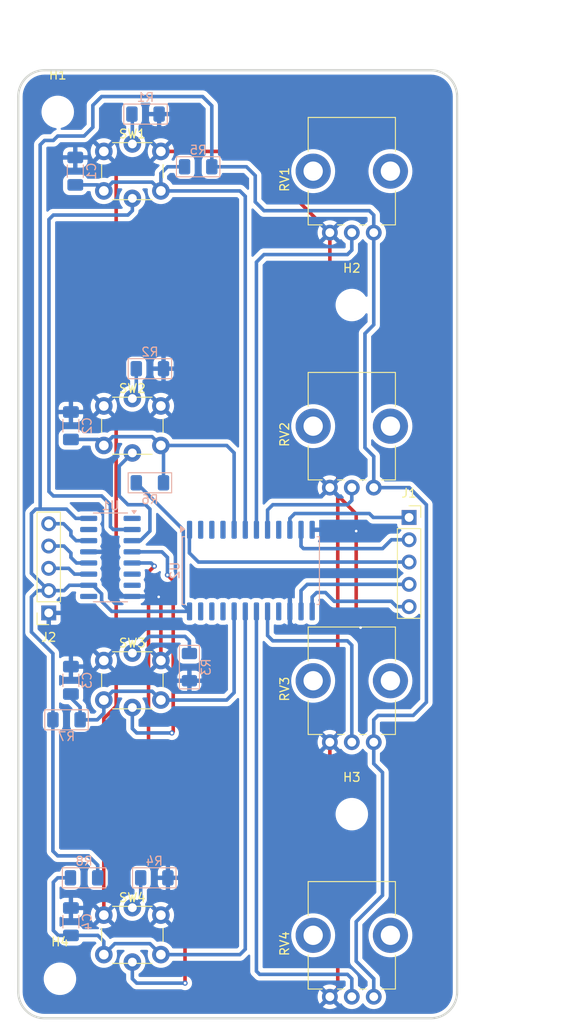
<source format=kicad_pcb>
(kicad_pcb (version 20240108) (generator "pcbnew") (generator_version "8.0")
  (layers (0 "F.Cu" signal) (31 "B.Cu" signal) (34 "B.Paste" user) (35 "F.Paste" user) (36 "B.SilkS" user "B.Silkscreen") (37 "F.SilkS" user "F.Silkscreen") (38 "B.Mask" user) (39 "F.Mask" user) (44 "Edge.Cuts" user))
  (net 0 "")
  (net 1 "MPLEX-S3")
  (net 2 "MPLEX-S0")
  (net 3 "MPLEX-S2")
  (net 4 "MPLEX-S1")
  (net 5 "GND")
  (net 6 "MPLEX-AP")
  (net 7 "+5V")
  (net 8 "POT1")
  (net 9 "POT2")
  (net 10 "POT3")
  (net 11 "POT4")
  (net 12 "FXSW1")
  (net 13 "FXSW2")
  (net 14 "FXSW3")
  (net 15 "FXSW4")
  (net 16 "SRCLK")
  (net 17 "FX-LED-SIG")
  (net 18 "FX-LED-LATCH")
  (net 19 "Net-(SW1-K)")
  (net 20 "Net-(SW2-K)")
  (net 21 "Net-(SW3-K)")
  (net 22 "Net-(SW4-K)")
  (net 23 "FX-LED-1")
  (net 24 "FX-LED-2")
  (net 25 "FX-LED-3")
  (net 26 "FX-LED-4")
  (footprint "MountingHole:MountingHole_3.2mm_M3" (layer "F.Cu") (at 106 66.25)
    (property "Reference" "H2" (at 0 -4.2 0) (layer "F.SilkS"))
    (property "Value" "MountingHole_M3")
    (pad "" np_thru_hole circle (at 0 0) (size 3.2 3.2) (drill 3.2) (layers "*.Cu" "*.Mask"))
  )
  (footprint "led-switch:SW_PUSH_6mm_LED" (layer "F.Cu") (at 81 51)
    (property "Reference" "SW1" (at 0 -4.25 0) (layer "F.SilkS"))
    (property "Value" "SW_Push_LED")
    (pad "1" thru_hole circle (at -3.25 -2.25 90) (size 2 2) (drill 1.1) (layers "*.Cu" "*.Mask") (net 5 "GND"))
    (pad "1" thru_hole circle (at 3.25 -2.25 90) (size 2 2) (drill 1.1) (layers "*.Cu" "*.Mask") (net 5 "GND"))
    (pad "2" thru_hole circle (at -3.25 2.25 90) (size 2 2) (drill 1.1) (layers "*.Cu" "*.Mask") (net 12 "FXSW1"))
    (pad "2" thru_hole circle (at 3.25 2.25 90) (size 2 2) (drill 1.1) (layers "*.Cu" "*.Mask") (net 12 "FXSW1"))
    (pad "3" thru_hole circle (at 0 -3.1 90) (size 2 2) (drill 1) (layers "*.Cu" "*.Mask") (net 19 "Net-(SW1-K)"))
    (pad "4" thru_hole circle (at 0 3.1 90) (size 2 2) (drill 1) (layers "*.Cu" "*.Mask") (net 23 "FX-LED-1"))
  )
  (footprint "MountingHole:MountingHole_3.2mm_M3" (layer "F.Cu") (at 72.5 44.25)
    (property "Reference" "H1" (at 0 -4.2 0) (layer "F.SilkS"))
    (property "Value" "MountingHole_M3")
    (pad "" np_thru_hole circle (at 0 0) (size 3.2 3.2) (drill 3.2) (layers "*.Cu" "*.Mask"))
  )
  (footprint "Potentiometer_THT:Potentiometer_Bourns_PTV09A-1_Single_Vertical" (layer "F.Cu") (at 108.5 116.05 90)
    (property "Reference" "RV3" (at 6.05 -10.15 -90) (layer "F.SilkS"))
    (property "Value" "R_Pot")
    (pad "" np_thru_hole circle (at 7 -6.9 90) (size 4 4) (drill 2.2) (layers "F&B.Cu" "*.Mask"))
    (pad "" np_thru_hole circle (at 7 1.9 90) (size 4 4) (drill 2.2) (layers "F&B.Cu" "*.Mask"))
    (pad "1" thru_hole circle (at 0 0 90) (size 1.8 1.8) (drill 1) (layers "*.Cu" "*.Mask") (net 7 "+5V"))
    (pad "2" thru_hole circle (at 0 -2.5 90) (size 1.8 1.8) (drill 1) (layers "*.Cu" "*.Mask") (net 10 "POT3"))
    (pad "3" thru_hole circle (at 0 -5 90) (size 1.8 1.8) (drill 1) (layers "*.Cu" "*.Mask") (net 5 "GND"))
  )
  (footprint "Connector_PinSocket_2.54mm:PinSocket_1x05_P2.54mm_Vertical" (layer "F.Cu") (at 112.525 90.45)
    (property "Reference" "J1" (at 0 -2.77 0) (layer "F.SilkS"))
    (property "Value" "Conn_01x05")
    (pad "1" thru_hole rect (at 0 0) (size 1.7 1.7) (drill 1) (layers "*.Cu" "*.Mask") (net 2 "MPLEX-S0"))
    (pad "2" thru_hole oval (at 0 2.54) (size 1.7 1.7) (drill 1) (layers "*.Cu" "*.Mask") (net 4 "MPLEX-S1"))
    (pad "3" thru_hole oval (at 0 5.08) (size 1.7 1.7) (drill 1) (layers "*.Cu" "*.Mask") (net 6 "MPLEX-AP"))
    (pad "4" thru_hole oval (at 0 7.62) (size 1.7 1.7) (drill 1) (layers "*.Cu" "*.Mask") (net 3 "MPLEX-S2"))
    (pad "5" thru_hole oval (at 0 10.16) (size 1.7 1.7) (drill 1) (layers "*.Cu" "*.Mask") (net 1 "MPLEX-S3"))
  )
  (footprint "Potentiometer_THT:Potentiometer_Bourns_PTV09A-1_Single_Vertical" (layer "F.Cu") (at 108.5 145.05 90)
    (property "Reference" "RV4" (at 6.05 -10.15 -90) (layer "F.SilkS"))
    (property "Value" "R_Pot")
    (pad "" np_thru_hole circle (at 7 -6.9 90) (size 4 4) (drill 2.2) (layers "F&B.Cu" "*.Mask"))
    (pad "" np_thru_hole circle (at 7 1.9 90) (size 4 4) (drill 2.2) (layers "F&B.Cu" "*.Mask"))
    (pad "1" thru_hole circle (at 0 0 90) (size 1.8 1.8) (drill 1) (layers "*.Cu" "*.Mask") (net 7 "+5V"))
    (pad "2" thru_hole circle (at 0 -2.5 90) (size 1.8 1.8) (drill 1) (layers "*.Cu" "*.Mask") (net 11 "POT4"))
    (pad "3" thru_hole circle (at 0 -5 90) (size 1.8 1.8) (drill 1) (layers "*.Cu" "*.Mask") (net 5 "GND"))
  )
  (footprint "MountingHole:MountingHole_3.2mm_M3" (layer "F.Cu") (at 72.75 143)
    (property "Reference" "H4" (at 0 -4.2 0) (layer "F.SilkS"))
    (property "Value" "MountingHole_M3")
    (pad "" np_thru_hole circle (at 0 0) (size 3.2 3.2) (drill 3.2) (layers "*.Cu" "*.Mask"))
  )
  (footprint "Connector_PinSocket_2.54mm:PinSocket_1x05_P2.54mm_Vertical" (layer "F.Cu") (at 71.475 101.325 180)
    (property "Reference" "J2" (at 0 -2.77 180) (layer "F.SilkS"))
    (property "Value" "Conn_01x05")
    (pad "1" thru_hole rect (at 0 0 180) (size 1.7 1.7) (drill 1) (layers "*.Cu" "*.Mask") (net 5 "GND"))
    (pad "2" thru_hole oval (at 0 2.54 180) (size 1.7 1.7) (drill 1) (layers "*.Cu" "*.Mask") (net 7 "+5V"))
    (pad "3" thru_hole oval (at 0 5.08 180) (size 1.7 1.7) (drill 1) (layers "*.Cu" "*.Mask") (net 16 "SRCLK"))
    (pad "4" thru_hole oval (at 0 7.62 180) (size 1.7 1.7) (drill 1) (layers "*.Cu" "*.Mask") (net 18 "FX-LED-LATCH"))
    (pad "5" thru_hole oval (at 0 10.16 180) (size 1.7 1.7) (drill 1) (layers "*.Cu" "*.Mask") (net 17 "FX-LED-SIG"))
  )
  (footprint "Potentiometer_THT:Potentiometer_Bourns_PTV09A-1_Single_Vertical" (layer "F.Cu") (at 108.5 58 90)
    (property "Reference" "RV1" (at 6.05 -10.15 -90) (layer "F.SilkS"))
    (property "Value" "R_Pot")
    (pad "" np_thru_hole circle (at 7 -6.9 90) (size 4 4) (drill 2.2) (layers "F&B.Cu" "*.Mask"))
    (pad "" np_thru_hole circle (at 7 1.9 90) (size 4 4) (drill 2.2) (layers "F&B.Cu" "*.Mask"))
    (pad "1" thru_hole circle (at 0 0 90) (size 1.8 1.8) (drill 1) (layers "*.Cu" "*.Mask") (net 7 "+5V"))
    (pad "2" thru_hole circle (at 0 -2.5 90) (size 1.8 1.8) (drill 1) (layers "*.Cu" "*.Mask") (net 8 "POT1"))
    (pad "3" thru_hole circle (at 0 -5 90) (size 1.8 1.8) (drill 1) (layers "*.Cu" "*.Mask") (net 5 "GND"))
  )
  (footprint "led-switch:SW_PUSH_6mm_LED" (layer "F.Cu") (at 81 80)
    (property "Reference" "SW2" (at 0 -4.25 0) (layer "F.SilkS"))
    (property "Value" "SW_Push_LED")
    (pad "1" thru_hole circle (at -3.25 -2.25 90) (size 2 2) (drill 1.1) (layers "*.Cu" "*.Mask") (net 5 "GND"))
    (pad "1" thru_hole circle (at 3.25 -2.25 90) (size 2 2) (drill 1.1) (layers "*.Cu" "*.Mask") (net 5 "GND"))
    (pad "2" thru_hole circle (at -3.25 2.25 90) (size 2 2) (drill 1.1) (layers "*.Cu" "*.Mask") (net 13 "FXSW2"))
    (pad "2" thru_hole circle (at 3.25 2.25 90) (size 2 2) (drill 1.1) (layers "*.Cu" "*.Mask") (net 13 "FXSW2"))
    (pad "3" thru_hole circle (at 0 -3.1 90) (size 2 2) (drill 1) (layers "*.Cu" "*.Mask") (net 20 "Net-(SW2-K)"))
    (pad "4" thru_hole circle (at 0 3.1 90) (size 2 2) (drill 1) (layers "*.Cu" "*.Mask") (net 24 "FX-LED-2"))
  )
  (footprint "led-switch:SW_PUSH_6mm_LED" (layer "F.Cu") (at 81 109)
    (property "Reference" "SW3" (at 0 -4.25 0) (layer "F.SilkS"))
    (property "Value" "SW_Push_LED")
    (pad "1" thru_hole circle (at -3.25 -2.25 90) (size 2 2) (drill 1.1) (layers "*.Cu" "*.Mask") (net 5 "GND"))
    (pad "1" thru_hole circle (at 3.25 -2.25 90) (size 2 2) (drill 1.1) (layers "*.Cu" "*.Mask") (net 5 "GND"))
    (pad "2" thru_hole circle (at -3.25 2.25 90) (size 2 2) (drill 1.1) (layers "*.Cu" "*.Mask") (net 14 "FXSW3"))
    (pad "2" thru_hole circle (at 3.25 2.25 90) (size 2 2) (drill 1.1) (layers "*.Cu" "*.Mask") (net 14 "FXSW3"))
    (pad "3" thru_hole circle (at 0 -3.1 90) (size 2 2) (drill 1) (layers "*.Cu" "*.Mask") (net 21 "Net-(SW3-K)"))
    (pad "4" thru_hole circle (at 0 3.1 90) (size 2 2) (drill 1) (layers "*.Cu" "*.Mask") (net 25 "FX-LED-3"))
  )
  (footprint "MountingHole:MountingHole_3.2mm_M3" (layer "F.Cu") (at 106 124.25)
    (property "Reference" "H3" (at 0 -4.2 0) (layer "F.SilkS"))
    (property "Value" "MountingHole_M3")
    (pad "" np_thru_hole circle (at 0 0) (size 3.2 3.2) (drill 3.2) (layers "*.Cu" "*.Mask"))
  )
  (footprint "Potentiometer_THT:Potentiometer_Bourns_PTV09A-1_Single_Vertical" (layer "F.Cu") (at 108.5 87.05 90)
    (property "Reference" "RV2" (at 6.05 -10.15 -90) (layer "F.SilkS"))
    (property "Value" "R_Pot")
    (pad "" np_thru_hole circle (at 7 -6.9 90) (size 4 4) (drill 2.2) (layers "F&B.Cu" "*.Mask"))
    (pad "" np_thru_hole circle (at 7 1.9 90) (size 4 4) (drill 2.2) (layers "F&B.Cu" "*.Mask"))
    (pad "1" thru_hole circle (at 0 0 90) (size 1.8 1.8) (drill 1) (layers "*.Cu" "*.Mask") (net 7 "+5V"))
    (pad "2" thru_hole circle (at 0 -2.5 90) (size 1.8 1.8) (drill 1) (layers "*.Cu" "*.Mask") (net 9 "POT2"))
    (pad "3" thru_hole circle (at 0 -5 90) (size 1.8 1.8) (drill 1) (layers "*.Cu" "*.Mask") (net 5 "GND"))
  )
  (footprint "led-switch:SW_PUSH_6mm_LED" (layer "F.Cu") (at 81 138)
    (property "Reference" "SW4" (at 0 -4.25 0) (layer "F.SilkS"))
    (property "Value" "SW_Push_LED")
    (pad "1" thru_hole circle (at -3.25 -2.25 90) (size 2 2) (drill 1.1) (layers "*.Cu" "*.Mask") (net 5 "GND"))
    (pad "1" thru_hole circle (at 3.25 -2.25 90) (size 2 2) (drill 1.1) (layers "*.Cu" "*.Mask") (net 5 "GND"))
    (pad "2" thru_hole circle (at -3.25 2.25 90) (size 2 2) (drill 1.1) (layers "*.Cu" "*.Mask") (net 15 "FXSW4"))
    (pad "2" thru_hole circle (at 3.25 2.25 90) (size 2 2) (drill 1.1) (layers "*.Cu" "*.Mask") (net 15 "FXSW4"))
    (pad "3" thru_hole circle (at 0 -3.1 90) (size 2 2) (drill 1) (layers "*.Cu" "*.Mask") (net 22 "Net-(SW4-K)"))
    (pad "4" thru_hole circle (at 0 3.1 90) (size 2 2) (drill 1) (layers "*.Cu" "*.Mask") (net 26 "FX-LED-4"))
  )
  (footprint "Capacitor_SMD:C_1206_3216Metric_Pad1.33x1.80mm_HandSolder" (layer "B.Cu") (at 74 80 90)
    (property "Reference" "C2" (at 0 1.85 90) (layer "B.SilkS") (effects (justify mirror)))
    (property "Value" "1uF")
    (pad "1" smd roundrect (at -1.5625 0 90) (size 1.325 1.8) (layers "B.Cu" "B.Paste" "B.Mask") (roundrect_rratio 0.188679) (net 13 "FXSW2"))
    (pad "2" smd roundrect (at 1.5625 0 90) (size 1.325 1.8) (layers "B.Cu" "B.Paste" "B.Mask") (roundrect_rratio 0.188679) (net 5 "GND"))
  )
  (footprint "Capacitor_SMD:C_1206_3216Metric_Pad1.33x1.80mm_HandSolder" (layer "B.Cu") (at 74 109 90)
    (property "Reference" "C3" (at 0 1.85 90) (layer "B.SilkS") (effects (justify mirror)))
    (property "Value" "1uF")
    (pad "1" smd roundrect (at -1.5625 0 90) (size 1.325 1.8) (layers "B.Cu" "B.Paste" "B.Mask") (roundrect_rratio 0.188679) (net 14 "FXSW3"))
    (pad "2" smd roundrect (at 1.5625 0 90) (size 1.325 1.8) (layers "B.Cu" "B.Paste" "B.Mask") (roundrect_rratio 0.188679) (net 5 "GND"))
  )
  (footprint "Capacitor_SMD:C_1206_3216Metric_Pad1.33x1.80mm_HandSolder" (layer "B.Cu") (at 74.5 51 90)
    (property "Reference" "C1" (at 0 1.85 90) (layer "B.SilkS") (effects (justify mirror)))
    (property "Value" "1uF")
    (pad "1" smd roundrect (at -1.5625 0 90) (size 1.325 1.8) (layers "B.Cu" "B.Paste" "B.Mask") (roundrect_rratio 0.188679) (net 12 "FXSW1"))
    (pad "2" smd roundrect (at 1.5625 0 90) (size 1.325 1.8) (layers "B.Cu" "B.Paste" "B.Mask") (roundrect_rratio 0.188679) (net 5 "GND"))
  )
  (footprint "PCM_Resistor_SMD_AKL:R_1206_3216Metric_Pad1.30x1.75mm_HandSolder" (layer "B.Cu") (at 87.5 107.5 90)
    (property "Reference" "R3" (at 0 1.905 90) (layer "B.SilkS") (effects (justify mirror)))
    (property "Value" "220")
    (pad "1" smd roundrect (at -1.55 0 90) (size 1.3 1.75) (layers "B.Cu" "B.Paste" "B.Mask") (roundrect_rratio 0.192308) (net 5 "GND"))
    (pad "2" smd roundrect (at 1.55 0 90) (size 1.3 1.75) (layers "B.Cu" "B.Paste" "B.Mask") (roundrect_rratio 0.192308) (net 21 "Net-(SW3-K)"))
  )
  (footprint "PCM_Resistor_SMD_AKL:R_1206_3216Metric_Pad1.30x1.75mm_HandSolder" (layer "B.Cu") (at 83 86.5)
    (property "Reference" "R6" (at 0 1.905 0) (layer "B.SilkS") (effects (justify mirror)))
    (property "Value" "10K")
    (pad "1" smd roundrect (at -1.55 0) (size 1.3 1.75) (layers "B.Cu" "B.Paste" "B.Mask") (roundrect_rratio 0.192308) (net 7 "+5V"))
    (pad "2" smd roundrect (at 1.55 0) (size 1.3 1.75) (layers "B.Cu" "B.Paste" "B.Mask") (roundrect_rratio 0.192308) (net 13 "FXSW2"))
  )
  (footprint "PCM_Resistor_SMD_AKL:R_1206_3216Metric_Pad1.30x1.75mm_HandSolder" (layer "B.Cu") (at 73.5 113.5)
    (property "Reference" "R7" (at 0 1.905 0) (layer "B.SilkS") (effects (justify mirror)))
    (property "Value" "10K")
    (pad "1" smd roundrect (at -1.55 0) (size 1.3 1.75) (layers "B.Cu" "B.Paste" "B.Mask") (roundrect_rratio 0.192308) (net 7 "+5V"))
    (pad "2" smd roundrect (at 1.55 0) (size 1.3 1.75) (layers "B.Cu" "B.Paste" "B.Mask") (roundrect_rratio 0.192308) (net 14 "FXSW3"))
  )
  (footprint "PCM_Resistor_SMD_AKL:R_1206_3216Metric_Pad1.30x1.75mm_HandSolder" (layer "B.Cu") (at 88.5 50.5 180)
    (property "Reference" "R5" (at 0 1.905 0) (layer "B.SilkS") (effects (justify mirror)))
    (property "Value" "10K")
    (pad "1" smd roundrect (at -1.55 0 180) (size 1.3 1.75) (layers "B.Cu" "B.Paste" "B.Mask") (roundrect_rratio 0.192308) (net 7 "+5V"))
    (pad "2" smd roundrect (at 1.55 0 180) (size 1.3 1.75) (layers "B.Cu" "B.Paste" "B.Mask") (roundrect_rratio 0.192308) (net 12 "FXSW1"))
  )
  (footprint "Package_SO:SOIC-24W_7.5x15.4mm_P1.27mm" (layer "B.Cu") (at 94.5 96.5 -90)
    (property "Reference" "U2" (at 0 8.65 90) (layer "B.SilkS") (effects (justify mirror)))
    (property "Value" "CD74HC4067M")
    (pad "1" smd roundrect (at -4.65 6.985 270) (size 2.05 0.6) (layers "B.Cu" "B.Paste" "B.Mask") (net 6 "MPLEX-AP"))
    (pad "2" smd roundrect (at -4.65 5.715 270) (size 2.05 0.6) (layers "B.Cu" "B.Paste" "B.Mask"))
    (pad "3" smd roundrect (at -4.65 4.445 270) (size 2.05 0.6) (layers "B.Cu" "B.Paste" "B.Mask"))
    (pad "4" smd roundrect (at -4.65 3.175 270) (size 2.05 0.6) (layers "B.Cu" "B.Paste" "B.Mask"))
    (pad "5" smd roundrect (at -4.65 1.905 270) (size 2.05 0.6) (layers "B.Cu" "B.Paste" "B.Mask") (net 13 "FXSW2"))
    (pad "6" smd roundrect (at -4.65 0.635 270) (size 2.05 0.6) (layers "B.Cu" "B.Paste" "B.Mask") (net 12 "FXSW1"))
    (pad "7" smd roundrect (at -4.65 -0.635 270) (size 2.05 0.6) (layers "B.Cu" "B.Paste" "B.Mask") (net 8 "POT1"))
    (pad "8" smd roundrect (at -4.65 -1.905 270) (size 2.05 0.6) (layers "B.Cu" "B.Paste" "B.Mask") (net 9 "POT2"))
    (pad "9" smd roundrect (at -4.65 -3.175 270) (size 2.05 0.6) (layers "B.Cu" "B.Paste" "B.Mask"))
    (pad "10" smd roundrect (at -4.65 -4.445 270) (size 2.05 0.6) (layers "B.Cu" "B.Paste" "B.Mask") (net 2 "MPLEX-S0"))
    (pad "11" smd roundrect (at -4.65 -5.715 270) (size 2.05 0.6) (layers "B.Cu" "B.Paste" "B.Mask") (net 4 "MPLEX-S1"))
    (pad "12" smd roundrect (at -4.65 -6.985 270) (size 2.05 0.6) (layers "B.Cu" "B.Paste" "B.Mask") (net 5 "GND"))
    (pad "13" smd roundrect (at 4.65 -6.985 270) (size 2.05 0.6) (layers "B.Cu" "B.Paste" "B.Mask") (net 1 "MPLEX-S3"))
    (pad "14" smd roundrect (at 4.65 -5.715 270) (size 2.05 0.6) (layers "B.Cu" "B.Paste" "B.Mask") (net 3 "MPLEX-S2"))
    (pad "15" smd roundrect (at 4.65 -4.445 270) (size 2.05 0.6) (layers "B.Cu" "B.Paste" "B.Mask") (net 5 "GND"))
    (pad "16" smd roundrect (at 4.65 -3.175 270) (size 2.05 0.6) (layers "B.Cu" "B.Paste" "B.Mask"))
    (pad "17" smd roundrect (at 4.65 -1.905 270) (size 2.05 0.6) (layers "B.Cu" "B.Paste" "B.Mask") (net 10 "POT3"))
    (pad "18" smd roundrect (at 4.65 -0.635 270) (size 2.05 0.6) (layers "B.Cu" "B.Paste" "B.Mask") (net 11 "POT4"))
    (pad "19" smd roundrect (at 4.65 0.635 270) (size 2.05 0.6) (layers "B.Cu" "B.Paste" "B.Mask") (net 15 "FXSW4"))
    (pad "20" smd roundrect (at 4.65 1.905 270) (size 2.05 0.6) (layers "B.Cu" "B.Paste" "B.Mask") (net 14 "FXSW3"))
    (pad "21" smd roundrect (at 4.65 3.175 270) (size 2.05 0.6) (layers "B.Cu" "B.Paste" "B.Mask"))
    (pad "22" smd roundrect (at 4.65 4.445 270) (size 2.05 0.6) (layers "B.Cu" "B.Paste" "B.Mask"))
    (pad "23" smd roundrect (at 4.65 5.715 270) (size 2.05 0.6) (layers "B.Cu" "B.Paste" "B.Mask"))
    (pad "24" smd roundrect (at 4.65 6.985 270) (size 2.05 0.6) (layers "B.Cu" "B.Paste" "B.Mask") (net 7 "+5V"))
  )
  (footprint "PCM_Resistor_SMD_AKL:R_1206_3216Metric_Pad1.30x1.75mm_HandSolder" (layer "B.Cu") (at 83 73.5 180)
    (property "Reference" "R2" (at 0 1.905 0) (layer "B.SilkS") (effects (justify mirror)))
    (property "Value" "220")
    (pad "1" smd roundrect (at -1.55 0 180) (size 1.3 1.75) (layers "B.Cu" "B.Paste" "B.Mask") (roundrect_rratio 0.192308) (net 5 "GND"))
    (pad "2" smd roundrect (at 1.55 0 180) (size 1.3 1.75) (layers "B.Cu" "B.Paste" "B.Mask") (roundrect_rratio 0.192308) (net 20 "Net-(SW2-K)"))
  )
  (footprint "PCM_Resistor_SMD_AKL:R_1206_3216Metric_Pad1.30x1.75mm_HandSolder" (layer "B.Cu") (at 75.5 131.5 180)
    (property "Reference" "R8" (at 0 1.905 0) (layer "B.SilkS") (effects (justify mirror)))
    (property "Value" "10K")
    (pad "1" smd roundrect (at -1.55 0 180) (size 1.3 1.75) (layers "B.Cu" "B.Paste" "B.Mask") (roundrect_rratio 0.192308) (net 7 "+5V"))
    (pad "2" smd roundrect (at 1.55 0 180) (size 1.3 1.75) (layers "B.Cu" "B.Paste" "B.Mask") (roundrect_rratio 0.192308) (net 15 "FXSW4"))
  )
  (footprint "Package_SO:SOIC-16_3.9x9.9mm_P1.27mm" (layer "B.Cu") (at 78.5 95 180)
    (property "Reference" "U1" (at 0 5.9 0) (layer "B.SilkS") (effects (justify mirror)))
    (property "Value" "74HC595")
    (pad "1" smd roundrect (at -2.475 4.445 180) (size 1.95 0.6) (layers "B.Cu" "B.Paste" "B.Mask"))
    (pad "2" smd roundrect (at -2.475 3.175 180) (size 1.95 0.6) (layers "B.Cu" "B.Paste" "B.Mask") (net 23 "FX-LED-1"))
    (pad "3" smd roundrect (at -2.475 1.905 180) (size 1.95 0.6) (layers "B.Cu" "B.Paste" "B.Mask") (net 24 "FX-LED-2"))
    (pad "4" smd roundrect (at -2.475 0.635 180) (size 1.95 0.6) (layers "B.Cu" "B.Paste" "B.Mask") (net 25 "FX-LED-3"))
    (pad "5" smd roundrect (at -2.475 -0.635 180) (size 1.95 0.6) (layers "B.Cu" "B.Paste" "B.Mask") (net 26 "FX-LED-4"))
    (pad "6" smd roundrect (at -2.475 -1.905 180) (size 1.95 0.6) (layers "B.Cu" "B.Paste" "B.Mask"))
    (pad "7" smd roundrect (at -2.475 -3.175 180) (size 1.95 0.6) (layers "B.Cu" "B.Paste" "B.Mask"))
    (pad "8" smd roundrect (at -2.475 -4.445 180) (size 1.95 0.6) (layers "B.Cu" "B.Paste" "B.Mask") (net 5 "GND"))
    (pad "9" smd roundrect (at 2.475 -4.445 180) (size 1.95 0.6) (layers "B.Cu" "B.Paste" "B.Mask"))
    (pad "10" smd roundrect (at 2.475 -3.175 180) (size 1.95 0.6) (layers "B.Cu" "B.Paste" "B.Mask") (net 7 "+5V"))
    (pad "11" smd roundrect (at 2.475 -1.905 180) (size 1.95 0.6) (layers "B.Cu" "B.Paste" "B.Mask") (net 16 "SRCLK"))
    (pad "12" smd roundrect (at 2.475 -0.635 180) (size 1.95 0.6) (layers "B.Cu" "B.Paste" "B.Mask") (net 18 "FX-LED-LATCH"))
    (pad "13" smd roundrect (at 2.475 0.635 180) (size 1.95 0.6) (layers "B.Cu" "B.Paste" "B.Mask") (net 5 "GND"))
    (pad "14" smd roundrect (at 2.475 1.905 180) (size 1.95 0.6) (layers "B.Cu" "B.Paste" "B.Mask") (net 17 "FX-LED-SIG"))
    (pad "15" smd roundrect (at 2.475 3.175 180) (size 1.95 0.6) (layers "B.Cu" "B.Paste" "B.Mask"))
    (pad "16" smd roundrect (at 2.475 4.445 180) (size 1.95 0.6) (layers "B.Cu" "B.Paste" "B.Mask") (net 7 "+5V"))
  )
  (footprint "PCM_Resistor_SMD_AKL:R_1206_3216Metric_Pad1.30x1.75mm_HandSolder" (layer "B.Cu") (at 82.5 44.5 180)
    (property "Reference" "R1" (at 0 1.905 0) (layer "B.SilkS") (effects (justify mirror)))
    (property "Value" "220")
    (pad "1" smd roundrect (at -1.55 0 180) (size 1.3 1.75) (layers "B.Cu" "B.Paste" "B.Mask") (roundrect_rratio 0.192308) (net 5 "GND"))
    (pad "2" smd roundrect (at 1.55 0 180) (size 1.3 1.75) (layers "B.Cu" "B.Paste" "B.Mask") (roundrect_rratio 0.192308) (net 19 "Net-(SW1-K)"))
  )
  (footprint "PCM_Resistor_SMD_AKL:R_1206_3216Metric_Pad1.30x1.75mm_HandSolder" (layer "B.Cu") (at 83.5 131.5 180)
    (property "Reference" "R4" (at 0 1.905 0) (layer "B.SilkS") (effects (justify mirror)))
    (property "Value" "220")
    (pad "1" smd roundrect (at -1.55 0 180) (size 1.3 1.75) (layers "B.Cu" "B.Paste" "B.Mask") (roundrect_rratio 0.192308) (net 5 "GND"))
    (pad "2" smd roundrect (at 1.55 0 180) (size 1.3 1.75) (layers "B.Cu" "B.Paste" "B.Mask") (roundrect_rratio 0.192308) (net 22 "Net-(SW4-K)"))
  )
  (footprint "Capacitor_SMD:C_1206_3216Metric_Pad1.33x1.80mm_HandSolder" (layer "B.Cu") (at 74 136.5 90)
    (property "Reference" "C4" (at 0 1.85 90) (layer "B.SilkS") (effects (justify mirror)))
    (property "Value" "1uF")
    (pad "1" smd roundrect (at -1.5625 0 90) (size 1.325 1.8) (layers "B.Cu" "B.Paste" "B.Mask") (roundrect_rratio 0.188679) (net 15 "FXSW4"))
    (pad "2" smd roundrect (at 1.5625 0 90) (size 1.325 1.8) (layers "B.Cu" "B.Paste" "B.Mask") (roundrect_rratio 0.188679) (net 5 "GND"))
  )
  (gr_arc (start 115 39.5) (mid 117.12132 40.37868) (end 118 42.5) (stroke (width 0.25)) (layer "Edge.Cuts"))
  (gr_arc (start 118 144.5) (mid 117.12132 146.62132) (end 115 147.5) (stroke (width 0.25)) (layer "Edge.Cuts"))
  (gr_line (start 115 39.5) (end 71 39.5) (stroke (width 0.25)) (layer "Edge.Cuts"))
  (gr_arc (start 68 42.5) (mid 68.87868 40.37868) (end 71 39.5) (stroke (width 0.25)) (layer "Edge.Cuts"))
  (gr_line (start 118 144.5) (end 118 42.5) (stroke (width 0.25)) (layer "Edge.Cuts"))
  (gr_line (start 68 42.5) (end 68 144.5) (stroke (width 0.25)) (layer "Edge.Cuts"))
  (gr_arc (start 71 147.5) (mid 68.87868 146.62132) (end 68 144.5) (stroke (width 0.25)) (layer "Edge.Cuts"))
  (gr_line (start 71 147.5) (end 115 147.5) (stroke (width 0.25)) (layer "Edge.Cuts"))
  (segment (start 110.5 100) (end 111.11 100.61) (width 0.4064) (layer "B.Cu") (net 1))
  (segment (start 111.11 100.61) (end 112.525 100.61) (width 0.4064) (layer "B.Cu") (net 1))
  (segment (start 104 100) (end 110.5 100) (width 0.4064) (layer "B.Cu") (net 1))
  (segment (start 103 99) (end 104 100) (width 0.4064) (layer "B.Cu") (net 1))
  (segment (start 101.485 101.15) (end 101.485 99.515) (width 0.4064) (layer "B.Cu") (net 1))
  (segment (start 101.485 99.515) (end 102 99) (width 0.4064) (layer "B.Cu") (net 1))
  (segment (start 102 99) (end 103 99) (width 0.4064) (layer "B.Cu") (net 1))
  (segment (start 98.945 90.555) (end 98.945 91.85) (width 0.4064) (layer "B.Cu") (net 2))
  (segment (start 99.5 90) (end 98.945 90.555) (width 0.4064) (layer "B.Cu") (net 2))
  (segment (start 112.525 90.45) (end 108.45 90.45) (width 0.4064) (layer "B.Cu") (net 2))
  (segment (start 108 90) (end 99.5 90) (width 0.4064) (layer "B.Cu") (net 2))
  (segment (start 108.45 90.45) (end 108 90) (width 0.4064) (layer "B.Cu") (net 2))
  (segment (start 100.215 98.785) (end 100.215 101.15) (width 0.4064) (layer "B.Cu") (net 3))
  (segment (start 112.525 98.07) (end 100.93 98.07) (width 0.4064) (layer "B.Cu") (net 3))
  (segment (start 100.93 98.07) (end 100.215 98.785) (width 0.4064) (layer "B.Cu") (net 3))
  (segment (start 100.5 94) (end 109.5 94) (width 0.4064) (layer "B.Cu") (net 4))
  (segment (start 100.215 93.715) (end 100.5 94) (width 0.4064) (layer "B.Cu") (net 4))
  (segment (start 110.51 92.99) (end 112.525 92.99) (width 0.4064) (layer "B.Cu") (net 4))
  (segment (start 100.215 91.85) (end 100.215 93.715) (width 0.4064) (layer "B.Cu") (net 4))
  (segment (start 109.5 94) (end 110.51 92.99) (width 0.4064) (layer "B.Cu") (net 4))
  (segment (start 77.75 48.75) (end 79.1564 50.1564) (width 0.4064) (layer "F.Cu") (net 5))
  (segment (start 79.1564 105.3436) (end 77.75 106.75) (width 0.4064) (layer "F.Cu") (net 5))
  (segment (start 84 99.5) (end 84.25 99.75) (width 0.4064) (layer "F.Cu") (net 5))
  (segment (start 103.5 125) (end 103.5 116.05) (width 0.4064) (layer "F.Cu") (net 5))
  (segment (start 104.4 144.15) (end 104.4 125.9) (width 0.4064) (layer "F.Cu") (net 5))
  (segment (start 104.4 115.15) (end 104.4 87.95) (width 0.4064) (layer "F.Cu") (net 5))
  (segment (start 104.4 77) (end 104.4 86.15) (width 0.4064) (layer "F.Cu") (net 5))
  (segment (start 79.1564 79.1564) (end 79.1564 105.3436) (width 0.4064) (layer "F.Cu") (net 5))
  (segment (start 104.4 125.9) (end 103.5 125) (width 0.4064) (layer "F.Cu") (net 5))
  (segment (start 84.25 99.75) (end 84.25 106.75) (width 0.4064) (layer "F.Cu") (net 5))
  (segment (start 103.5 76.1) (end 104.4 77) (width 0.4064) (layer "F.Cu") (net 5))
  (segment (start 79.1564 50.1564) (end 79.1564 76.3436) (width 0.4064) (layer "F.Cu") (net 5))
  (segment (start 103.5 58) (end 103.5 76.1) (width 0.4064) (layer "F.Cu") (net 5))
  (segment (start 94.25 48.75) (end 103.5 58) (width 0.4064) (layer "F.Cu") (net 5))
  (segment (start 84.25 48.75) (end 94.25 48.75) (width 0.4064) (layer "F.Cu") (net 5))
  (segment (start 104.4 86.15) (end 103.5 87.05) (width 0.4064) (layer "F.Cu") (net 5))
  (segment (start 104.4 87.95) (end 103.5 87.05) (width 0.4064) (layer "F.Cu") (net 5))
  (segment (start 77.75 77.75) (end 79.1564 79.1564) (width 0.4064) (layer "F.Cu") (net 5))
  (segment (start 106.5 102.5) (end 107 103) (width 0.4064) (layer "F.Cu") (net 5))
  (segment (start 106.5 92) (end 106.5 90.05) (width 0.4064) (layer "F.Cu") (net 5))
  (segment (start 79.1564 108.1564) (end 77.75 106.75) (width 0.4064) (layer "F.Cu") (net 5))
  (segment (start 79.1564 76.3436) (end 77.75 77.75) (width 0.4064) (layer "F.Cu") (net 5))
  (segment (start 79.1564 111.95465) (end 79.1564 108.1564) (width 0.4064) (layer "F.Cu") (net 5))
  (segment (start 77.75 135.75) (end 77.75 113.36105) (width 0.4064) (layer "F.Cu") (net 5))
  (segment (start 103.5 145.05) (end 104.4 144.15) (width 0.4064) (layer "F.Cu") (net 5))
  (segment (start 106.5 92) (end 106.5 102.5) (width 0.4064) (layer "F.Cu") (net 5))
  (segment (start 106.5 90.05) (end 103.5 87.05) (width 0.4064) (layer "F.Cu") (net 5))
  (segment (start 77.75 113.36105) (end 79.1564 111.95465) (width 0.4064) (layer "F.Cu") (net 5))
  (segment (start 103.5 116.05) (end 104.4 115.15) (width 0.4064) (layer "F.Cu") (net 5))
  (via (at 106.5 92) (size 0.6) (drill 0.3) (layers "F.Cu" "B.Cu") (net 5))
  (via (at 84 99.5) (size 0.6) (drill 0.3) (layers "F.Cu" "B.Cu") (net 5))
  (via (at 107 103) (size 0.6) (drill 0.3) (layers "F.Cu" "B.Cu") (net 5))
  (segment (start 101.485 91.85) (end 106.35 91.85) (width 0.4064) (layer "B.Cu") (net 5))
  (segment (start 99.5 103) (end 107 103) (width 0.4064) (layer "B.Cu") (net 5))
  (segment (start 80.000001 99.445) (end 78.5 97.944999) (width 0.4064) (layer "B.Cu") (net 5))
  (segment (start 78.5 95) (end 77.865 94.365) (width 0.4064) (layer "B.Cu") (net 5))
  (segment (start 98.945 102.445) (end 99.5 103) (width 0.4064) (layer "B.Cu") (net 5))
  (segment (start 98.945 101.15) (end 98.945 102.445) (width 0.4064) (layer "B.Cu") (net 5))
  (segment (start 80.975 99.445) (end 83.945 99.445) (width 0.4064) (layer "B.Cu") (net 5))
  (segment (start 106.35 91.85) (end 106.5 92) (width 0.4064) (layer "B.Cu") (net 5))
  (segment (start 80.975 99.445) (end 80.000001 99.445) (width 0.4064) (layer "B.Cu") (net 5))
  (segment (start 77.865 94.365) (end 76.025 94.365) (width 0.4064) (layer "B.Cu") (net 5))
  (segment (start 78.5 97.944999) (end 78.5 95) (width 0.4064) (layer "B.Cu") (net 5))
  (segment (start 83.945 99.445) (end 84 99.5) (width 0.4064) (layer "B.Cu") (net 5))
  (segment (start 88.53 95.53) (end 112.525 95.53) (width 0.4064) (layer "B.Cu") (net 6))
  (segment (start 87.5 94.5) (end 88.53 95.53) (width 0.4064) (layer "B.Cu") (net 6))
  (segment (start 87.515 92.874999) (end 87.5 92.889999) (width 0.4064) (layer "B.Cu") (net 6))
  (segment (start 87.5 92.889999) (end 87.5 94.5) (width 0.4064) (layer "B.Cu") (net 6))
  (segment (start 87.515 91.85) (end 87.515 92.874999) (width 0.4064) (layer "B.Cu") (net 6))
  (segment (start 73.825 98.175) (end 73.215 98.785) (width 0.4064) (layer "B.Cu") (net 7))
  (segment (start 108.5 58) (end 108.5 56) (width 0.4064) (layer "B.Cu") (net 7))
  (segment (start 89 42.5) (end 90.05 43.55) (width 0.4064) (layer "B.Cu") (net 7))
  (segment (start 69.5 103.5) (end 71.95 105.95) (width 0.4064) (layer "B.Cu") (net 7))
  (segment (start 71.475 98.785) (end 70.215 98.785) (width 0.4064) (layer "B.Cu") (net 7))
  (segment (start 77.5 99.153974) (end 76.521026 98.175) (width 0.4064) (layer "B.Cu") (net 7))
  (segment (start 71.95 113.5) (end 71.95 128.45) (width 0.4064) (layer "B.Cu") (net 7))
  (segment (start 70 89.5) (end 69.5 90) (width 0.4064) (layer "B.Cu") (net 7))
  (segment (start 107.5 69.5) (end 108.5 68.5) (width 0.4064) (layer "B.Cu") (net 7))
  (segment (start 75.5 47) (end 76.5 46) (width 0.4064) (layer "B.Cu") (net 7))
  (segment (start 70.5 48) (end 71 47.5) (width 0.4064) (layer "B.Cu") (net 7))
  (segment (start 107.5 82.5) (end 107.5 69.5) (width 0.4064) (layer "B.Cu") (net 7))
  (segment (start 108.5 113.5) (end 109 113) (width 0.4064) (layer "B.Cu") (net 7))
  (segment (start 96 55.5) (end 95 54.5) (width 0.4064) (layer "B.Cu") (net 7))
  (segment (start 69.5 99.5) (end 69.5 103.5) (width 0.4064) (layer "B.Cu") (net 7))
  (segment (start 108.5 143) (end 106.5 141) (width 0.4064) (layer "B.Cu") (net 7))
  (segment (start 95 51.5) (end 94 50.5) (width 0.4064) (layer "B.Cu") (net 7))
  (segment (start 69.5 90) (end 69.5 96.81) (width 0.4064) (layer "B.Cu") (net 7))
  (segment (start 114.5 111.5) (end 114.5 89) (width 0.4064) (layer "B.Cu") (net 7))
  (segment (start 76 129) (end 77.05 130.05) (width 0.4064) (layer "B.Cu") (net 7))
  (segment (start 72.5 129) (end 76 129) (width 0.4064) (layer "B.Cu") (net 7))
  (segment (start 71.95 128.45) (end 72.5 129) (width 0.4064) (layer "B.Cu") (net 7))
  (segment (start 78.65 101.15) (end 77.5 100) (width 0.4064) (layer "B.Cu") (net 7))
  (segment (start 108.5 87.05) (end 108.5 83.5) (width 0.4064) (layer "B.Cu") (net 7))
  (segment (start 71 47.5) (end 72 47.5) (width 0.4064) (layer "B.Cu") (net 7))
  (segment (start 69.5 96.81) (end 71.475 98.785) (width 0.4064) (layer "B.Cu") (net 7))
  (segment (start 76.5 43.5) (end 77.5 42.5) (width 0.4064) (layer "B.Cu") (net 7))
  (segment (start 113 113) (end 114.5 111.5) (width 0.4064) (layer "B.Cu") (net 7))
  (segment (start 95 54.5) (end 95 51.5) (width 0.4064) (layer "B.Cu") (net 7))
  (segment (start 114.5 89) (end 112.55 87.05) (width 0.4064) (layer "B.Cu") (net 7))
  (segment (start 81.45 86.5) (end 86.8086 91.8586) (width 0.4064) (layer "B.Cu") (net 7))
  (segment (start 86.8086 100.4436) (end 87.515 101.15) (width 0.4064) (layer "B.Cu") (net 7))
  (segment (start 106.5 136.5) (end 109.5 133.5) (width 0.4064) (layer "B.Cu") (net 7))
  (segment (start 108.5 116.05) (end 108.5 113.5) (width 0.4064) (layer "B.Cu") (net 7))
  (segment (start 72 47.5) (end 72.5 47) (width 0.4064) (layer "B.Cu") (net 7))
  (segment (start 77.5 100) (end 77.5 99.153974) (width 0.4064) (layer "B.Cu") (net 7))
  (segment (start 108.5 68.5) (end 108.5 58) (width 0.4064) (layer "B.Cu") (net 7))
  (segment (start 112.55 87.05) (end 108.5 87.05) (width 0.4064) (layer "B.Cu") (net 7))
  (segment (start 108.5 145.05) (end 108.5 143) (width 0.4064) (layer "B.Cu") (net 7))
  (segment (start 108 55.5) (end 96 55.5) (width 0.4064) (layer "B.Cu") (net 7))
  (segment (start 86.8086 91.8586) (end 86.8086 100.4436) (width 0.4064) (layer "B.Cu") (net 7))
  (segment (start 77.05 130.05) (end 77.05 131.5) (width 0.4064) (layer "B.Cu") (net 7))
  (segment (start 76.5 46) (end 76.5 43.5) (width 0.4064) (layer "B.Cu") (net 7))
  (segment (start 109.5 133.5) (end 109.5 119.5) (width 0.4064) (layer "B.Cu") (net 7))
  (segment (start 90.05 43.55) (end 90.05 50.5) (width 0.4064) (layer "B.Cu") (net 7))
  (segment (start 76.025 98.175) (end 73.825 98.175) (width 0.4064) (layer "B.Cu") (net 7))
  (segment (start 109.5 119.5) (end 108.5 118.5) (width 0.4064) (layer "B.Cu") (net 7))
  (segment (start 73.5 89.5) (end 70.5 89.5) (width 0.4064) (layer "B.Cu") (net 7))
  (segment (start 108.5 56) (end 108 55.5) (width 0.4064) (layer "B.Cu") (net 7))
  (segment (start 73.215 98.785) (end 71.475 98.785) (width 0.4064) (layer "B.Cu") (net 7))
  (segment (start 70.5 89.5) (end 70 89.5) (width 0.4064) (layer "B.Cu") (net 7))
  (segment (start 77.5 42.5) (end 89 42.5) (width 0.4064) (layer "B.Cu") (net 7))
  (segment (start 94 50.5) (end 90.05 50.5) (width 0.4064) (layer "B.Cu") (net 7))
  (segment (start 87.515 101.15) (end 78.65 101.15) (width 0.4064) (layer "B.Cu") (net 7))
  (segment (start 71.95 105.95) (end 71.95 113.5) (width 0.4064) (layer "B.Cu") (net 7))
  (segment (start 70.5 89.5) (end 70.5 48) (width 0.4064) (layer "B.Cu") (net 7))
  (segment (start 76.521026 98.175) (end 76.025 98.175) (width 0.4064) (layer "B.Cu") (net 7))
  (segment (start 109 113) (end 113 113) (width 0.4064) (layer "B.Cu") (net 7))
  (segment (start 106.5 141) (end 106.5 136.5) (width 0.4064) (layer "B.Cu") (net 7))
  (segment (start 108.5 83.5) (end 107.5 82.5) (width 0.4064) (layer "B.Cu") (net 7))
  (segment (start 76.025 90.555) (end 74.555 90.555) (width 0.4064) (layer "B.Cu") (net 7))
  (segment (start 74.555 90.555) (end 73.5 89.5) (width 0.4064) (layer "B.Cu") (net 7))
  (segment (start 72.5 47) (end 75.5 47) (width 0.4064) (layer "B.Cu") (net 7))
  (segment (start 108.5 118.5) (end 108.5 116.05) (width 0.4064) (layer "B.Cu") (net 7))
  (segment (start 70.215 98.785) (end 69.5 99.5) (width 0.4064) (layer "B.Cu") (net 7))
  (segment (start 105.5 60.5) (end 103.5 60.5) (width 0.4064) (layer "B.Cu") (net 8))
  (segment (start 96 60.5) (end 103.5 60.5) (width 0.4064) (layer "B.Cu") (net 8))
  (segment (start 106 60) (end 105.5 60.5) (width 0.4064) (layer "B.Cu") (net 8))
  (segment (start 95.135 91.85) (end 95.135 61.365) (width 0.4064) (layer "B.Cu") (net 8))
  (segment (start 95.135 61.365) (end 96 60.5) (width 0.4064) (layer "B.Cu") (net 8))
  (segment (start 106 58) (end 106 60) (width 0.4064) (layer "B.Cu") (net 8))
  (segment (start 106 88.5) (end 106 87.05) (width 0.4064) (layer "B.Cu") (net 9))
  (segment (start 96.405 91.85) (end 96.405 89.595) (width 0.4064) (layer "B.Cu") (net 9))
  (segment (start 97 89) (end 105.5 89) (width 0.4064) (layer "B.Cu") (net 9))
  (segment (start 105.5 89) (end 106 88.5) (width 0.4064) (layer "B.Cu") (net 9))
  (segment (start 96.405 89.595) (end 97 89) (width 0.4064) (layer "B.Cu") (net 9))
  (segment (start 97 104.5) (end 96.405 103.905) (width 0.4064) (layer "B.Cu") (net 10))
  (segment (start 106 105) (end 105.5 104.5) (width 0.4064) (layer "B.Cu") (net 10))
  (segment (start 96.405 103.905) (end 96.405 101.15) (width 0.4064) (layer "B.Cu") (net 10))
  (segment (start 106 116.05) (end 106 105) (width 0.4064) (layer "B.Cu") (net 10))
  (segment (start 105.5 104.5) (end 97 104.5) (width 0.4064) (layer "B.Cu") (net 10))
  (segment (start 105.5 142.5) (end 106 143) (width 0.4064) (layer "B.Cu") (net 11))
  (segment (start 95.5 142.5) (end 105.5 142.5) (width 0.4064) (layer "B.Cu") (net 11))
  (segment (start 106 143) (end 106 145.05) (width 0.4064) (layer "B.Cu") (net 11))
  (segment (start 95.135 101.15) (end 95.135 142.135) (width 0.4064) (layer "B.Cu") (net 11))
  (segment (start 95.135 142.135) (end 95.5 142.5) (width 0.4064) (layer "B.Cu") (net 11))
  (segment (start 77.75 53.25) (end 78.75 52.25) (width 0.4064) (layer "B.Cu") (net 12))
  (segment (start 93.865 91.85) (end 93.865 53.865) (width 0.4064) (layer "B.Cu") (net 12))
  (segment (start 77.0625 52.5625) (end 77.75 53.25) (width 0.4064) (layer "B.Cu") (net 12))
  (segment (start 74.5 52.5625) (end 77.0625 52.5625) (width 0.4064) (layer "B.Cu") (net 12))
  (segment (start 85 50.5) (end 86.95 50.5) (width 0.4064) (layer "B.Cu") (net 12))
  (segment (start 78.75 52.25) (end 83.25 52.25) (width 0.4064) (layer "B.Cu") (net 12))
  (segment (start 93.25 53.25) (end 84.25 53.25) (width 0.4064) (layer "B.Cu") (net 12))
  (segment (start 84.25 51.25) (end 85 50.5) (width 0.4064) (layer "B.Cu") (net 12))
  (segment (start 93.865 53.865) (end 93.25 53.25) (width 0.4064) (layer "B.Cu") (net 12))
  (segment (start 83.25 52.25) (end 84.25 53.25) (width 0.4064) (layer "B.Cu") (net 12))
  (segment (start 84.25 53.25) (end 84.25 51.25) (width 0.4064) (layer "B.Cu") (net 12))
  (segment (start 78.75 81.25) (end 83.25 81.25) (width 0.4064) (layer "B.Cu") (net 13))
  (segment (start 92.595 83.095) (end 91.75 82.25) (width 0.4064) (layer "B.Cu") (net 13))
  (segment (start 83.25 81.25) (end 84.25 82.25) (width 0.4064) (layer "B.Cu") (net 13))
  (segment (start 92.595 91.85) (end 92.595 83.095) (width 0.4064) (layer "B.Cu") (net 13))
  (segment (start 77.0625 81.5625) (end 77.75 82.25) (width 0.4064) (layer "B.Cu") (net 13))
  (segment (start 77.75 82.25) (end 78.75 81.25) (width 0.4064) (layer "B.Cu") (net 13))
  (segment (start 91.75 82.25) (end 84.25 82.25) (width 0.4064) (layer "B.Cu") (net 13))
  (segment (start 74 81.5625) (end 77.0625 81.5625) (width 0.4064) (layer "B.Cu") (net 13))
  (segment (start 84.55 82.55) (end 84.25 82.25) (width 0.4064) (layer "B.Cu") (net 13))
  (segment (start 84.55 86.5) (end 84.55 82.55) (width 0.4064) (layer "B.Cu") (net 13))
  (segment (start 83.25 110.25) (end 84.25 111.25) (width 0.4064) (layer "B.Cu") (net 14))
  (segment (start 77 113.5) (end 77.75 112.75) (width 0.4064) (layer "B.Cu") (net 14))
  (segment (start 92.595 110.405) (end 91.75 111.25) (width 0.4064) (layer "B.Cu") (net 14))
  (segment (start 91.75 111.25) (end 84.25 111.25) (width 0.4064) (layer "B.Cu") (net 14))
  (segment (start 77.75 112.75) (end 77.75 111.25) (width 0.4064) (layer "B.Cu") (net 14))
  (segment (start 75.05 113.5) (end 77 113.5) (width 0.4064) (layer "B.Cu") (net 14))
  (segment (start 78.75 110.25) (end 83.25 110.25) (width 0.4064) (layer "B.Cu") (net 14))
  (segment (start 74 111) (end 75.05 112.05) (width 0.4064) (layer "B.Cu") (net 14))
  (segment (start 74 110.5625) (end 74 111) (width 0.4064) (layer "B.Cu") (net 14))
  (segment (start 77.75 111.25) (end 78.75 110.25) (width 0.4064) (layer "B.Cu") (net 14))
  (segment (start 92.595 101.15) (end 92.595 110.405) (width 0.4064) (layer "B.Cu") (net 14))
  (segment (start 75.05 112.05) (end 75.05 113.5) (width 0.4064) (layer "B.Cu") (net 14))
  (segment (start 72.5 131.5) (end 73.95 131.5) (width 0.4064) (layer "B.Cu") (net 15))
  (segment (start 74 138.0625) (end 77.0625 138.0625) (width 0.4064) (layer "B.Cu") (net 15))
  (segment (start 72.5625 138.0625) (end 72 137.5) (width 0.4064) (layer "B.Cu") (net 15))
  (segment (start 93.25 140.25) (end 84.25 140.25) (width 0.4064) (layer "B.Cu") (net 15))
  (segment (start 77.0625 138.0625) (end 77.75 138.75) (width 0.4064) (layer "B.Cu") (net 15))
  (segment (start 79 139) (end 83 139) (width 0.4064) (layer "B.Cu") (net 15))
  (segment (start 93.865 139.635) (end 93.25 140.25) (width 0.4064) (layer "B.Cu") (net 15))
  (segment (start 77.75 140.25) (end 79 139) (width 0.4064) (layer "B.Cu") (net 15))
  (segment (start 72 137.5) (end 72 132) (width 0.4064) (layer "B.Cu") (net 15))
  (segment (start 74 138.0625) (end 72.5625 138.0625) (width 0.4064) (layer "B.Cu") (net 15))
  (segment (start 83 139) (end 84.25 140.25) (width 0.4064) (layer "B.Cu") (net 15))
  (segment (start 93.865 101.15) (end 93.865 139.635) (width 0.4064) (layer "B.Cu") (net 15))
  (segment (start 77.75 138.75) (end 77.75 140.25) (width 0.4064) (layer "B.Cu") (net 15))
  (segment (start 72 132) (end 72.5 131.5) (width 0.4064) (layer "B.Cu") (net 15))
  (segment (start 76.025 96.905) (end 74.405 96.905) (width 0.4064) (layer "B.Cu") (net 16))
  (segment (start 74.405 96.905) (end 73.745 96.245) (width 0.4064) (layer "B.Cu") (net 16))
  (segment (start 73.745 96.245) (end 71.475 96.245) (width 0.4064) (layer "B.Cu") (net 16))
  (segment (start 74 92.5) (end 74 92) (width 0.4064) (layer "B.Cu") (net 17))
  (segment (start 74.595 93.095) (end 74 92.5) (width 0.4064) (layer "B.Cu") (net 17))
  (segment (start 76.025 93.095) (end 74.595 93.095) (width 0.4064) (layer "B.Cu") (net 17))
  (segment (start 73.165 91.165) (end 71.475 91.165) (width 0.4064) (layer "B.Cu") (net 17))
  (segment (start 74 92) (end 73.165 91.165) (width 0.4064) (layer "B.Cu") (net 17))
  (segment (start 76.025 95.635) (end 74.635 95.635) (width 0.4064) (layer "B.Cu") (net 18))
  (segment (start 74.635 95.635) (end 74 95) (width 0.4064) (layer "B.Cu") (net 18))
  (segment (start 73.205 93.705) (end 71.475 93.705) (width 0.4064) (layer "B.Cu") (net 18))
  (segment (start 74 95) (end 74 94.5) (width 0.4064) (layer "B.Cu") (net 18))
  (segment (start 74 94.5) (end 73.205 93.705) (width 0.4064) (layer "B.Cu") (net 18))
  (segment (start 81 44.55) (end 80.95 44.5) (width 0.4064) (layer "B.Cu") (net 19))
  (segment (start 81 47.9) (end 81 44.55) (width 0.4064) (layer "B.Cu") (net 19))
  (segment (start 81.45 73.5) (end 81.45 76.45) (width 0.4064) (layer "B.Cu") (net 20))
  (segment (start 81.45 76.45) (end 81 76.9) (width 0.4064) (layer "B.Cu") (net 20))
  (segment (start 87.5 104.5) (end 87 104) (width 0.4064) (layer "B.Cu") (net 21))
  (segment (start 81 105.9) (end 82.9 104) (width 0.4064) (layer "B.Cu") (net 21))
  (segment (start 82.9 104) (end 87 104) (width 0.4064) (layer "B.Cu") (net 21))
  (segment (start 87.5 105.95) (end 87.5 104.5) (width 0.4064) (layer "B.Cu") (net 21))
  (segment (start 81.95 131.5) (end 81.95 133.95) (width 0.4064) (layer "B.Cu") (net 22))
  (segment (start 81.95 133.95) (end 81 134.9) (width 0.4064) (layer "B.Cu") (net 22))
  (segment (start 78.825 91.825) (end 80.975 91.825) (width 0.4064) (layer "B.Cu") (net 23))
  (segment (start 81 55.5) (end 80.5 56) (width 0.4064) (layer "B.Cu") (net 23))
  (segment (start 78.5 91.5) (end 78.825 91.825) (width 0.4064) (layer "B.Cu") (net 23))
  (segment (start 72 88) (end 77.5 88) (width 0.4064) (layer "B.Cu") (net 23))
  (segment (start 81 54.1) (end 81 55.5) (width 0.4064) (layer "B.Cu") (net 23))
  (segment (start 78.5 89) (end 78.5 91.5) (width 0.4064) (layer "B.Cu") (net 23))
  (segment (start 80.5 56) (end 72 56) (width 0.4064) (layer "B.Cu") (net 23))
  (segment (start 77.5 88) (end 78.5 89) (width 0.4064) (layer "B.Cu") (net 23))
  (segment (start 71.5 87.5) (end 72 88) (width 0.4064) (layer "B.Cu") (net 23))
  (segment (start 71.5 56.5) (end 71.5 87.5) (width 0.4064) (layer "B.Cu") (net 23))
  (segment (start 72 56) (end 71.5 56.5) (width 0.4064) (layer "B.Cu") (net 23))
  (segment (start 79.5 84.6) (end 79.5 88) (width 0.4064) (layer "B.Cu") (net 24))
  (segment (start 82.5 89) (end 83 89.5) (width 0.4064) (layer "B.Cu") (net 24))
  (segment (start 83 92) (end 81.905 93.095) (width 0.4064) (layer "B.Cu") (net 24))
  (segment (start 79.5 88) (end 80.5 89) (width 0.4064) (layer "B.Cu") (net 24))
  (segment (start 80.5 89) (end 82.5 89) (width 0.4064) (layer "B.Cu") (net 24))
  (segment (start 81 83.1) (end 79.5 84.6) (width 0.4064) (layer "B.Cu") (net 24))
  (segment (start 81.905 93.095) (end 80.975 93.095) (width 0.4064) (layer "B.Cu") (net 24))
  (segment (start 83 89.5) (end 83 92) (width 0.4064) (layer "B.Cu") (net 24))
  (segment (start 85.6564 97.6564) (end 85.6564 114.8436) (width 0.4064) (layer "F.Cu") (net 25))
  (segment (start 85.6564 114.8436) (end 85.5 115) (width 0.4064) (layer "F.Cu") (net 25))
  (segment (start 85 97) (end 85.6564 97.6564) (width 0.4064) (layer "F.Cu") (net 25))
  (via (at 85.5 115) (size 0.6) (drill 0.3) (layers "F.Cu" "B.Cu") (net 25))
  (via (at 85 97) (size 0.6) (drill 0.3) (layers "F.Cu" "B.Cu") (net 25))
  (segment (start 81 114.5) (end 81 112.1) (width 0.4064) (layer "B.Cu") (net 25))
  (segment (start 84.5 94.5) (end 85 95) (width 0.4064) (layer "B.Cu") (net 25))
  (segment (start 85 95) (end 85 97) (width 0.4064) (layer "B.Cu") (net 25))
  (segment (start 85.5 115) (end 81.5 115) (width 0.4064) (layer "B.Cu") (net 25))
  (segment (start 80.975 94.365) (end 84.365 94.365) (width 0.4064) (layer "B.Cu") (net 25))
  (segment (start 81.5 115) (end 81 114.5) (width 0.4064) (layer "B.Cu") (net 25))
  (segment (start 84.365 94.365) (end 84.5 94.5) (width 0.4064) (layer "B.Cu") (net 25))
  (segment (start 82.8436 96.6564) (end 82.8436 123.8436) (width 0.4064) (layer "F.Cu") (net 26))
  (segment (start 82.8436 123.8436) (end 87 128) (width 0.4064) (layer "F.Cu") (net 26))
  (segment (start 83.5 96) (end 82.8436 96.6564) (width 0.4064) (layer "F.Cu") (net 26))
  (segment (start 87 128) (end 87 143.5) (width 0.4064) (layer "F.Cu") (net 26))
  (via (at 87 143.5) (size 0.6) (drill 0.3) (layers "F.Cu" "B.Cu") (net 26))
  (via (at 83.5 96) (size 0.6) (drill 0.3) (layers "F.Cu" "B.Cu") (net 26))
  (segment (start 81.5 143.5) (end 81 143) (width 0.4064) (layer "B.Cu") (net 26))
  (segment (start 81 143) (end 81 141.1) (width 0.4064) (layer "B.Cu") (net 26))
  (segment (start 87 143.5) (end 81.5 143.5) (width 0.4064) (layer "B.Cu") (net 26))
  (segment (start 80.975 95.635) (end 83.135 95.635) (width 0.4064) (layer "B.Cu") (net 26))
  (segment (start 83.135 95.635) (end 83.5 96) (width 0.4064) (layer "B.Cu") (net 26))
  (zone (net 5) (net_name "GND") (layer "B.Cu") (connect_pads (clearance 0.5)) (min_thickness 0.25) (fill yes (thermal_gap 0.5) (thermal_bridge_width 0.5))
    (polygon (pts (xy 68 39.5) (xy 118 39.5) (xy 118 147.5) (xy 68 147.5)))
  )
)
</source>
